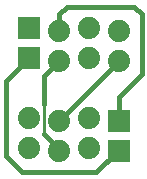
<source format=gbl>
G75*
%MOIN*%
%OFA0B0*%
%FSLAX25Y25*%
%IPPOS*%
%LPD*%
%AMOC8*
5,1,8,0,0,1.08239X$1,22.5*
%
%ADD10R,0.07400X0.07400*%
%ADD11C,0.07400*%
%ADD12C,0.01600*%
%ADD13C,0.01000*%
D10*
X0011000Y0042100D03*
X0011000Y0052100D03*
X0041000Y0021100D03*
X0041000Y0011100D03*
D11*
X0031000Y0012100D03*
X0031000Y0022100D03*
X0021000Y0021100D03*
X0021000Y0011100D03*
X0011000Y0012100D03*
X0011000Y0022100D03*
X0021000Y0041100D03*
X0021000Y0051100D03*
X0031000Y0052100D03*
X0031000Y0042100D03*
X0041000Y0041100D03*
X0041000Y0051100D03*
D12*
X0003300Y0009300D02*
X0008700Y0003900D01*
X0033300Y0003900D01*
X0040500Y0011100D01*
X0041000Y0011100D01*
X0041000Y0021100D02*
X0041000Y0029100D01*
X0048500Y0036600D01*
X0048500Y0056600D01*
X0046000Y0059100D01*
X0023500Y0059100D01*
X0021000Y0056600D01*
X0021000Y0051100D01*
X0021000Y0041100D02*
X0016000Y0036100D01*
X0016000Y0026600D01*
X0021000Y0021100D02*
X0041000Y0041100D01*
X0016000Y0016600D02*
X0021000Y0011600D01*
X0021000Y0011100D01*
X0003300Y0009300D02*
X0003300Y0034400D01*
X0011000Y0042100D01*
D13*
X0016000Y0026600D02*
X0016000Y0016600D01*
M02*

</source>
